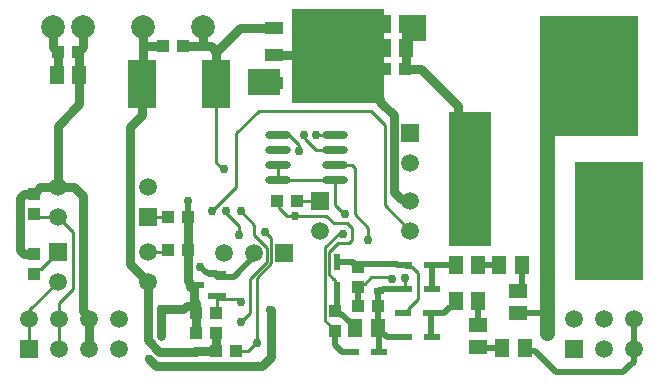
<source format=gbl>
%FSDAX24Y24*%
%MOIN*%
%SFA1B1*%

%IPPOS*%
%ADD13C,0.010000*%
%ADD18O,0.086610X0.023620*%
%ADD19R,0.043310X0.039370*%
%ADD20R,0.039370X0.043310*%
%ADD28R,0.059060X0.051180*%
%ADD53C,0.030000*%
%ADD54C,0.020000*%
%ADD55C,0.050000*%
%ADD64R,0.059060X0.059060*%
%ADD65C,0.059060*%
%ADD66C,0.078740*%
%ADD67R,0.059060X0.059060*%
%ADD68C,0.030000*%
%ADD69C,0.050000*%
%ADD70R,0.051180X0.059060*%
%ADD71R,0.057090X0.021650*%
%ADD72R,0.021650X0.057090*%
%ADD73R,0.032680X0.024800*%
%ADD74R,0.059060X0.023620*%
%ADD75R,0.061020X0.135830*%
%ADD76R,0.061020X0.043310*%
%ADD77R,0.061020X0.043310*%
%ADD78R,0.092520X0.161420*%
%ADD79R,0.070000X0.085000*%
%ADD80R,0.105000X0.085000*%
%ADD81R,0.140000X0.445000*%
%ADD82R,0.225000X0.395000*%
%ADD83R,0.330000X0.400000*%
%ADD84R,0.310000X0.315000*%
%LNde-180824-1*%
%LPD*%
G54D13*
X009750Y007800D02*
Y008000D01*
X009400Y008350D02*
X009750Y008000D01*
X009055Y008350D02*
X009400D01*
X009941Y008208D02*
X010300Y007850D01*
X009941Y008208D02*
Y008314D01*
X009903Y008353D02*
X009941Y008314D01*
X010300Y007850D02*
X010944D01*
X011061Y005061D02*
X011188D01*
X011200Y005050*
X011238Y005711D02*
X011261D01*
X010944Y006005D02*
X011238Y005711D01*
X012811Y003588D02*
X012850Y003550D01*
X012722Y003588D02*
X012811D01*
X013283Y003234D02*
Y003566D01*
X006980Y007415D02*
X007195Y007200D01*
X007250*
X008333Y001416D02*
Y003583D01*
X008826Y004076*
X008316Y001416D02*
X008333D01*
X008050Y001150D02*
X008316Y001416D01*
X007634Y001150D02*
X008050D01*
X008626Y005123D02*
X008826Y004924D01*
X008602Y005123D02*
X008626D01*
X008826Y004076D02*
Y004924D01*
X008100Y003550D02*
X008674Y004124D01*
X007800Y002100D02*
X008100Y002400D01*
X008674Y004124D02*
Y004575D01*
X008100Y002400D02*
Y003550D01*
X007670Y002876D02*
X007763Y002783D01*
X007799*
X006998Y002876D02*
X007670D01*
X006980Y007415D02*
Y010050D01*
X006850Y005800D02*
X007650Y006600D01*
Y008400*
X008400Y009150*
X007287Y005762D02*
X007750Y005300D01*
X007287Y005762D02*
Y005787D01*
X007800Y005800D02*
X008250Y005350D01*
Y004999D02*
Y005350D01*
X011350Y005400D02*
X011500Y005250D01*
Y004850D02*
Y005250D01*
X011400Y004750D02*
X011500Y004850D01*
X011050Y004750D02*
X011400D01*
X010750Y004450D02*
X011050Y004750D01*
X010900Y005400D02*
X011350D01*
X010600Y004600D02*
X011061Y005061D01*
X010650Y005650D02*
X010900Y005400D01*
X011600Y005700D02*
X012050Y005250D01*
X010600Y002165D02*
Y004600D01*
X012037Y004837D02*
X012050Y004850D01*
Y005250*
X010750Y003700D02*
Y004450D01*
X011600Y005700D02*
Y007250D01*
X013248Y003200D02*
X013283Y003234D01*
X012710Y003600D02*
X012722Y003588D01*
X012150Y003600D02*
X012710D01*
X010600Y002165D02*
X010783Y001981D01*
X010941Y003245D02*
Y003518D01*
X010902Y003557D02*
X010941Y003518D01*
X010892Y003557D02*
X010902D01*
X010750Y003700D02*
X010892Y003557D01*
X009350Y005650D02*
X009600D01*
X010300Y008350D02*
X010944D01*
X009600Y005650D02*
X010650D01*
X010944Y006005D02*
Y006850D01*
X008250Y004999D02*
X008674Y004575D01*
X010944Y007350D02*
X011500D01*
X011600Y007250*
X011827Y003392D02*
X011942D01*
X012150Y003600*
X011700Y003265D02*
X011827Y003392D01*
X013378Y002553D02*
X013700Y002875D01*
X013508Y003941D02*
X013700Y003750D01*
Y002875D02*
Y003750D01*
X013237Y004000D02*
X013295Y003941D01*
X013508*
X008400Y009150D02*
X012138D01*
X009092Y005907D02*
X009350Y005650D01*
X007750Y005000D02*
Y005300D01*
X009055Y006850D02*
X010944D01*
X009042Y006123D02*
X009092Y006073D01*
Y005907D02*
Y006073D01*
X010803Y001981D02*
X010950Y001835D01*
X010783Y001981D02*
X010803D01*
X010950Y001815D02*
Y001835D01*
X010941Y003245D02*
X011000Y003187D01*
X009684Y006150D02*
X010450D01*
X012600Y006000D02*
Y008688D01*
X012138Y009150D02*
X012600Y008688D01*
Y006000D02*
X013450Y005150D01*
X004700Y005600D02*
X005365D01*
X005315Y004450D02*
X005365Y004500D01*
X004700Y004450D02*
X005315D01*
X006984Y002300D02*
X006998Y002313D01*
Y002263D02*
Y002876D01*
X009055Y006850D02*
Y007350D01*
X013378Y002458D02*
Y002553D01*
X013224Y002400D02*
X013320D01*
X013378Y002458*
X001700Y005600D02*
X002200Y005100D01*
X001750Y002750D02*
X002200Y003200D01*
Y005100*
X000900Y005715D02*
X001015Y005600D01*
X001700*
X000900Y003715D02*
Y003735D01*
X001131Y003881D02*
X001700Y004450D01*
X001046Y003881D02*
X001131D01*
X000900Y003735D02*
X001046Y003881D01*
X001750Y001250D02*
Y002750D01*
X000750Y002250D02*
Y002500D01*
Y001250D02*
Y002250D01*
Y002500D02*
X001700Y003450D01*
G54D18*
X010944Y008350D03*
Y007850D03*
Y007350D03*
Y006850D03*
X009055Y008350D03*
Y007850D03*
Y007350D03*
Y006850D03*
G54D19*
X006034Y005600D03*
X005365D03*
X007634Y001150D03*
X006965D03*
X005884Y011300D03*
X005215D03*
X006034Y004500D03*
X005365D03*
X009015Y006150D03*
X009684D03*
X006315Y001750D03*
X006984D03*
X011715Y002650D03*
X012384D03*
X006315Y002400D03*
X006984D03*
X001715Y011100D03*
X002384D03*
X012615Y010550D03*
X013284D03*
G54D20*
X000900Y004384D03*
Y003715D03*
Y006384D03*
Y005715D03*
X010950Y002484D03*
Y001815D03*
X011700Y003934D03*
Y003265D03*
G54D28*
X015700Y002024D03*
Y001276D03*
X017050Y003150D03*
Y002402D03*
G54D53*
X006984Y001100D02*
Y001650D01*
X005081Y001118D02*
X006318D01*
X006350Y001150*
X006965*
X006104Y003281D02*
Y003395D01*
X006315Y002400D02*
Y002734D01*
Y001750D02*
Y002400D01*
X008789Y002526D02*
X008800Y002516D01*
Y000950D02*
Y002516D01*
X008500Y000650D02*
X008800Y000950D01*
X004984Y000650D02*
X008500D01*
X004742Y000892D02*
X004984Y000650D01*
X013800Y010550D02*
X015050Y009300D01*
Y008750D02*
Y009300D01*
X013284Y010550D02*
X013800D01*
X006034Y003465D02*
Y004500D01*
Y005600*
Y003465D02*
X006104Y003395D01*
X004700Y001500D02*
X005081Y001118D01*
X004700Y001500D02*
Y003450D01*
X005150Y001650D02*
Y002550D01*
X005890*
X005997Y002656*
X006022Y002631*
X004100Y008600D02*
X004519Y009019D01*
Y009030D02*
Y010050D01*
X013284Y010550D02*
X013324Y010589D01*
Y011250*
Y012050*
X004100Y004050D02*
X004700Y003450D01*
X004100Y004050D02*
Y008600D01*
X008832Y010094D02*
X008921D01*
X012450Y009450D02*
X012900Y009000D01*
Y006450D02*
Y009000D01*
Y006450D02*
X013152Y006197D01*
X012450Y009450D02*
Y009550D01*
X013152Y006197D02*
X013402D01*
X013450Y006150*
X006022Y002631D02*
X006212D01*
X006315Y002734*
X006250Y002800D02*
X006315Y002734D01*
X006250Y002800D02*
Y003250D01*
X008921Y011000D02*
X010100D01*
X010150Y010950*
X007766Y011905D02*
X008921D01*
X006980Y011119D02*
X007766Y011905D01*
X006800Y011300D02*
X006980Y011119D01*
Y010050D02*
Y011119D01*
X006550Y011300D02*
X006800D01*
X005884D02*
X006550D01*
Y011950*
X004550Y011300D02*
Y011950D01*
Y010080D02*
Y011300D01*
X005215*
X004519Y010050D02*
X004550Y010080D01*
X002550Y002493D02*
Y006300D01*
X002250Y006600D02*
X002550Y006300D01*
Y002493D02*
X002750Y002293D01*
Y001250D02*
Y002293D01*
X000565Y004384D02*
X000900D01*
X000450Y004500D02*
X000565Y004384D01*
X000450Y004500D02*
Y006250D01*
X000584Y006384D02*
X000900D01*
X000450Y006250D02*
X000584Y006384D01*
X000966Y006451D02*
X001115Y006600D01*
X000946Y006451D02*
X000966D01*
X000900Y006404D02*
X000946Y006451D01*
X001115Y006600D02*
X001700D01*
X000900Y006384D02*
Y006404D01*
X001700Y008650D02*
X002424Y009374D01*
Y010350*
X001700Y006600D02*
Y008650D01*
Y006600D02*
X002250D01*
X002384Y011100D02*
X002424Y011060D01*
Y010350D02*
Y011060D01*
X002550Y011265D02*
Y011950D01*
X002384Y011100D02*
X002404D01*
X002451Y011146D02*
Y011166D01*
X002404Y011100D02*
X002451Y011146D01*
Y011166D02*
X002550Y011265D01*
X001648Y011146D02*
X001695Y011100D01*
X001648Y011146D02*
Y011166D01*
X001550Y011265D02*
X001648Y011166D01*
X001550Y011265D02*
Y011950D01*
X001695Y011100D02*
X001715D01*
X001676Y010350D02*
X001715Y010389D01*
Y011100*
G54D54*
X006989Y003740D02*
X007024Y003705D01*
Y003624D02*
X007574D01*
X008789Y001239D02*
Y002526D01*
X017370Y001153D02*
X017596D01*
X018300Y000450D02*
X020550D01*
X017596Y001153D02*
X018300Y000450D01*
X017274Y001250D02*
X017370Y001153D01*
X020900Y001200D02*
Y002200D01*
Y000794D02*
Y001200D01*
X020831Y000726D02*
X020900Y000794D01*
X020826Y000726D02*
X020831D01*
X020550Y000450D02*
X020826Y000726D01*
X017816Y002402D02*
X018000Y002218D01*
X017050Y002402D02*
X017816D01*
X006050Y005615D02*
Y006150D01*
X006034Y005600D02*
X006050Y005615D01*
X006452Y003959D02*
X006670Y003740D01*
X006989*
X007574Y003624D02*
X008250Y004300D01*
Y004400*
X012374Y001900D02*
X012384Y001910D01*
Y002650*
X012532Y003200D02*
X013237D01*
X012384Y003137D02*
X012404Y003156D01*
X012400Y003161D02*
X012424Y003185D01*
X012517*
X012532Y003200*
X014162D02*
Y004000D01*
X011715Y002650D02*
Y003250D01*
X011700Y003265D02*
X011715Y003250D01*
X012384Y002650D02*
Y003137D01*
X013060Y004000D02*
X013237D01*
X013021Y004039D02*
X013060Y004000D01*
X012400Y004039D02*
X013021D01*
X011603Y004051D02*
X011700Y003954D01*
Y003942D02*
Y003954D01*
X011000Y004112D02*
X011529D01*
X011590Y004051*
X011603*
X011700Y003942D02*
X011796Y004039D01*
X012400*
X011000Y002534D02*
Y003187D01*
X010950Y002484D02*
X011000Y002534D01*
X011430Y002095D02*
X011470D01*
X011626Y001939*
X010950Y002465D02*
Y002484D01*
Y002465D02*
X011046Y002368D01*
X011157*
X011430Y002095*
X011626Y001900D02*
Y001939D01*
X010950Y001350D02*
X011191Y001108D01*
X011479D02*
X011487Y001100D01*
X011191Y001108D02*
X011479D01*
X010950Y001350D02*
Y001815D01*
X012412Y001822D02*
X012529Y001704D01*
X012412Y001822D02*
Y001861D01*
Y001100D02*
Y001822D01*
X012374Y001900D02*
X012412Y001861D01*
X012674Y001600D02*
X013237D01*
X012569Y001704D02*
X012674Y001600D01*
X012529Y001704D02*
X012569D01*
X014150Y001608D02*
Y002400D01*
Y001608D02*
X014158Y001600D01*
X014162*
X014576Y002400D02*
X014780Y002604D01*
X014150Y002400D02*
X014576D01*
X014976Y002760D02*
Y002800D01*
X014820Y002604D02*
X014976Y002760D01*
X014780Y002604D02*
X014820D01*
X015700Y002024D02*
Y002776D01*
X015724Y002800*
X015700Y001276D02*
X015726Y001250D01*
X016526*
X014162Y004000D02*
X014976D01*
X015724D02*
X016426D01*
X017174Y003274D02*
Y004000D01*
X017050Y003150D02*
X017174Y003274D01*
G54D55*
X018000Y001750D02*
Y002350D01*
Y002402D02*
Y010000D01*
G54D64*
X010450Y006150D03*
X000750Y001200D03*
X018900D03*
X004700Y005600D03*
X001700Y004450D03*
X009250Y004400D03*
G54D65*
X010450Y005150D03*
X013450Y006150D03*
Y005150D03*
X000750Y002200D03*
X001750Y001200D03*
Y002200D03*
X002750Y001200D03*
Y002200D03*
X003750Y001200D03*
Y002200D03*
X018900D03*
X019900Y001200D03*
Y002200D03*
X020900Y001200D03*
Y002200D03*
X001700Y006600D03*
Y005600D03*
X004700Y006600D03*
Y003450D03*
Y004450D03*
X001700Y003450D03*
X008250Y004400D03*
X007250D03*
X013450Y007400D03*
G54D66*
X001550Y011950D03*
X002550D03*
X004550D03*
X006550D03*
G54D67*
X013450Y008400D03*
G54D68*
X006350Y001150D03*
X009903Y008353D03*
X011200Y005050D03*
X011261Y005711D03*
X013779Y011749D03*
X013783Y012149D03*
X012850Y003550D03*
X013283Y003566D03*
X008250Y009935D03*
X006050Y006150D03*
X007250Y007200D03*
X009700Y009600D03*
X010800D03*
X006452Y003959D03*
X008333Y001416D03*
X005150Y001650D03*
Y002550D03*
X004742Y000892D03*
X008789Y002526D03*
X008602Y005123D03*
X007799Y002783D03*
X007800Y002100D03*
X007325Y005800D03*
X007800D03*
X006850D03*
X012037Y004837D03*
X009600Y005650D03*
X010300Y008350D03*
X008250Y010350D03*
X007750Y005000D03*
X009750Y007800D03*
G54D69*
X018000Y002350D03*
Y001750D03*
X015850Y005000D03*
X015050D03*
Y008750D03*
X015850D03*
X020600Y006850D03*
Y005950D03*
Y005050D03*
Y004150D03*
X019750D03*
Y005050D03*
Y005950D03*
Y006850D03*
X018750Y011700D03*
Y010800D03*
Y009900D03*
Y009000D03*
X019600Y011700D03*
Y010800D03*
Y009900D03*
Y009000D03*
X020450D03*
Y009900D03*
Y010800D03*
Y011700D03*
G54D70*
X011626Y001900D03*
X012374D03*
X014976Y002800D03*
X015724D03*
X016526Y001250D03*
X017274D03*
X014976Y004000D03*
X015724D03*
X016426D03*
X017174D03*
X001676Y010350D03*
X002424D03*
X012576Y011250D03*
X013324D03*
X012576Y012050D03*
X013324D03*
G54D71*
X012412Y001100D03*
X011487D03*
X014162Y001600D03*
X013237D03*
X014162Y003200D03*
X013237D03*
Y004000D03*
X014162D03*
X013224Y002400D03*
X014150D03*
G54D72*
X011000Y003187D03*
Y004112D03*
G54D73*
X012400Y003161D03*
Y004039D03*
G54D74*
X007024Y003724D03*
Y002976D03*
X006276Y003350D03*
G54D75*
X011578Y011000D03*
G54D76*
X008921Y011905D03*
Y011000D03*
G54D77*
X008921Y010094D03*
G54D78*
X006980Y010050D03*
X004519D03*
G54D79*
X013650Y011925D03*
G54D80*
X008575Y010125D03*
G54D81*
X015450Y006875D03*
G54D82*
X020075Y005475D03*
G54D83*
X019400Y010300D03*
G54D84*
X011050Y010975D03*
M02*
</source>
